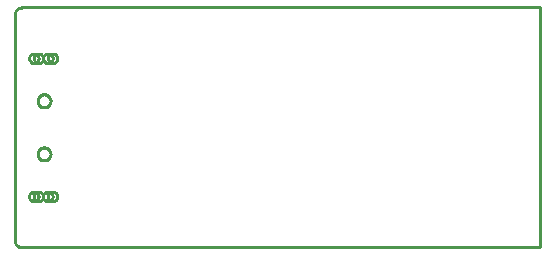
<source format=gbr>
G04 EAGLE Gerber RS-274X export*
G75*
%MOMM*%
%FSLAX34Y34*%
%LPD*%
%IN*%
%IPPOS*%
%AMOC8*
5,1,8,0,0,1.08239X$1,22.5*%
G01*
%ADD10C,0.254000*%


D10*
X0Y6350D02*
X24Y5797D01*
X96Y5247D01*
X216Y4707D01*
X383Y4178D01*
X595Y3666D01*
X851Y3175D01*
X1148Y2708D01*
X1486Y2268D01*
X1860Y1860D01*
X2268Y1486D01*
X2708Y1148D01*
X3175Y851D01*
X3666Y595D01*
X4178Y383D01*
X4707Y216D01*
X5247Y96D01*
X5797Y24D01*
X6350Y0D01*
X444500Y0D01*
X444500Y203200D01*
X6350Y203200D01*
X5797Y203176D01*
X5247Y203104D01*
X4707Y202984D01*
X4178Y202817D01*
X3666Y202605D01*
X3175Y202349D01*
X2708Y202052D01*
X2268Y201714D01*
X1860Y201340D01*
X1486Y200932D01*
X1148Y200492D01*
X851Y200025D01*
X595Y199534D01*
X383Y199022D01*
X216Y198494D01*
X96Y197953D01*
X24Y197403D01*
X0Y196850D01*
X0Y6350D01*
X30350Y123791D02*
X30281Y123177D01*
X30143Y122575D01*
X29939Y121992D01*
X29671Y121435D01*
X29343Y120912D01*
X28958Y120429D01*
X28521Y119993D01*
X28038Y119607D01*
X27515Y119279D01*
X26958Y119011D01*
X26375Y118807D01*
X25773Y118669D01*
X25159Y118600D01*
X24541Y118600D01*
X23927Y118669D01*
X23325Y118807D01*
X22742Y119011D01*
X22185Y119279D01*
X21662Y119607D01*
X21179Y119993D01*
X20743Y120429D01*
X20357Y120912D01*
X20029Y121435D01*
X19761Y121992D01*
X19557Y122575D01*
X19419Y123177D01*
X19350Y123791D01*
X19350Y124409D01*
X19419Y125023D01*
X19557Y125625D01*
X19761Y126208D01*
X20029Y126765D01*
X20357Y127288D01*
X20743Y127771D01*
X21179Y128208D01*
X21662Y128593D01*
X22185Y128921D01*
X22742Y129189D01*
X23325Y129393D01*
X23927Y129531D01*
X24541Y129600D01*
X25159Y129600D01*
X25773Y129531D01*
X26375Y129393D01*
X26958Y129189D01*
X27515Y128921D01*
X28038Y128593D01*
X28521Y128208D01*
X28958Y127771D01*
X29343Y127288D01*
X29671Y126765D01*
X29939Y126208D01*
X30143Y125625D01*
X30281Y125023D01*
X30350Y124409D01*
X30350Y123791D01*
X30350Y78791D02*
X30281Y78177D01*
X30143Y77575D01*
X29939Y76992D01*
X29671Y76435D01*
X29343Y75912D01*
X28958Y75429D01*
X28521Y74993D01*
X28038Y74607D01*
X27515Y74279D01*
X26958Y74011D01*
X26375Y73807D01*
X25773Y73669D01*
X25159Y73600D01*
X24541Y73600D01*
X23927Y73669D01*
X23325Y73807D01*
X22742Y74011D01*
X22185Y74279D01*
X21662Y74607D01*
X21179Y74993D01*
X20743Y75429D01*
X20357Y75912D01*
X20029Y76435D01*
X19761Y76992D01*
X19557Y77575D01*
X19419Y78177D01*
X19350Y78791D01*
X19350Y79409D01*
X19419Y80023D01*
X19557Y80625D01*
X19761Y81208D01*
X20029Y81765D01*
X20357Y82288D01*
X20743Y82771D01*
X21179Y83208D01*
X21662Y83593D01*
X22185Y83921D01*
X22742Y84189D01*
X23325Y84393D01*
X23927Y84531D01*
X24541Y84600D01*
X25159Y84600D01*
X25773Y84531D01*
X26375Y84393D01*
X26958Y84189D01*
X27515Y83921D01*
X28038Y83593D01*
X28521Y83208D01*
X28958Y82771D01*
X29343Y82288D01*
X29671Y81765D01*
X29939Y81208D01*
X30143Y80625D01*
X30281Y80023D01*
X30350Y79409D01*
X30350Y78791D01*
X32150Y42838D02*
X32082Y42318D01*
X31946Y41811D01*
X31745Y41327D01*
X31483Y40873D01*
X31164Y40457D01*
X30793Y40086D01*
X30377Y39767D01*
X29923Y39505D01*
X29439Y39304D01*
X28932Y39168D01*
X28412Y39100D01*
X27888Y39100D01*
X27368Y39168D01*
X26861Y39304D01*
X26377Y39505D01*
X25923Y39767D01*
X25507Y40086D01*
X25136Y40457D01*
X24817Y40873D01*
X24555Y41327D01*
X24354Y41811D01*
X24218Y42318D01*
X24150Y42838D01*
X24150Y43362D01*
X24218Y43882D01*
X24354Y44389D01*
X24555Y44873D01*
X24817Y45327D01*
X25136Y45743D01*
X25507Y46114D01*
X25923Y46433D01*
X26377Y46695D01*
X26861Y46896D01*
X27368Y47032D01*
X27888Y47100D01*
X28412Y47100D01*
X28932Y47032D01*
X29439Y46896D01*
X29923Y46695D01*
X30377Y46433D01*
X30793Y46114D01*
X31164Y45743D01*
X31483Y45327D01*
X31745Y44873D01*
X31946Y44389D01*
X32082Y43882D01*
X32150Y43362D01*
X32150Y42838D01*
X36150Y42838D02*
X36082Y42318D01*
X35946Y41811D01*
X35745Y41327D01*
X35483Y40873D01*
X35164Y40457D01*
X34793Y40086D01*
X34377Y39767D01*
X33923Y39505D01*
X33439Y39304D01*
X32932Y39168D01*
X32412Y39100D01*
X31888Y39100D01*
X31368Y39168D01*
X30861Y39304D01*
X30377Y39505D01*
X29923Y39767D01*
X29507Y40086D01*
X29136Y40457D01*
X28817Y40873D01*
X28555Y41327D01*
X28354Y41811D01*
X28218Y42318D01*
X28150Y42838D01*
X28150Y43362D01*
X28218Y43882D01*
X28354Y44389D01*
X28555Y44873D01*
X28817Y45327D01*
X29136Y45743D01*
X29507Y46114D01*
X29923Y46433D01*
X30377Y46695D01*
X30861Y46896D01*
X31368Y47032D01*
X31888Y47100D01*
X32412Y47100D01*
X32932Y47032D01*
X33439Y46896D01*
X33923Y46695D01*
X34377Y46433D01*
X34793Y46114D01*
X35164Y45743D01*
X35483Y45327D01*
X35745Y44873D01*
X35946Y44389D01*
X36082Y43882D01*
X36150Y43362D01*
X36150Y42838D01*
X24150Y42838D02*
X24082Y42318D01*
X23946Y41811D01*
X23745Y41327D01*
X23483Y40873D01*
X23164Y40457D01*
X22793Y40086D01*
X22377Y39767D01*
X21923Y39505D01*
X21439Y39304D01*
X20932Y39168D01*
X20412Y39100D01*
X19888Y39100D01*
X19368Y39168D01*
X18861Y39304D01*
X18377Y39505D01*
X17923Y39767D01*
X17507Y40086D01*
X17136Y40457D01*
X16817Y40873D01*
X16555Y41327D01*
X16354Y41811D01*
X16218Y42318D01*
X16150Y42838D01*
X16150Y43362D01*
X16218Y43882D01*
X16354Y44389D01*
X16555Y44873D01*
X16817Y45327D01*
X17136Y45743D01*
X17507Y46114D01*
X17923Y46433D01*
X18377Y46695D01*
X18861Y46896D01*
X19368Y47032D01*
X19888Y47100D01*
X20412Y47100D01*
X20932Y47032D01*
X21439Y46896D01*
X21923Y46695D01*
X22377Y46433D01*
X22793Y46114D01*
X23164Y45743D01*
X23483Y45327D01*
X23745Y44873D01*
X23946Y44389D01*
X24082Y43882D01*
X24150Y43362D01*
X24150Y42838D01*
X20150Y42838D02*
X20082Y42318D01*
X19946Y41811D01*
X19745Y41327D01*
X19483Y40873D01*
X19164Y40457D01*
X18793Y40086D01*
X18377Y39767D01*
X17923Y39505D01*
X17439Y39304D01*
X16932Y39168D01*
X16412Y39100D01*
X15888Y39100D01*
X15368Y39168D01*
X14861Y39304D01*
X14377Y39505D01*
X13923Y39767D01*
X13507Y40086D01*
X13136Y40457D01*
X12817Y40873D01*
X12555Y41327D01*
X12354Y41811D01*
X12218Y42318D01*
X12150Y42838D01*
X12150Y43362D01*
X12218Y43882D01*
X12354Y44389D01*
X12555Y44873D01*
X12817Y45327D01*
X13136Y45743D01*
X13507Y46114D01*
X13923Y46433D01*
X14377Y46695D01*
X14861Y46896D01*
X15368Y47032D01*
X15888Y47100D01*
X16412Y47100D01*
X16932Y47032D01*
X17439Y46896D01*
X17923Y46695D01*
X18377Y46433D01*
X18793Y46114D01*
X19164Y45743D01*
X19483Y45327D01*
X19745Y44873D01*
X19946Y44389D01*
X20082Y43882D01*
X20150Y43362D01*
X20150Y42838D01*
X32150Y159838D02*
X32082Y159318D01*
X31946Y158811D01*
X31745Y158327D01*
X31483Y157873D01*
X31164Y157457D01*
X30793Y157086D01*
X30377Y156767D01*
X29923Y156505D01*
X29439Y156304D01*
X28932Y156168D01*
X28412Y156100D01*
X27888Y156100D01*
X27368Y156168D01*
X26861Y156304D01*
X26377Y156505D01*
X25923Y156767D01*
X25507Y157086D01*
X25136Y157457D01*
X24817Y157873D01*
X24555Y158327D01*
X24354Y158811D01*
X24218Y159318D01*
X24150Y159838D01*
X24150Y160362D01*
X24218Y160882D01*
X24354Y161389D01*
X24555Y161873D01*
X24817Y162327D01*
X25136Y162743D01*
X25507Y163114D01*
X25923Y163433D01*
X26377Y163695D01*
X26861Y163896D01*
X27368Y164032D01*
X27888Y164100D01*
X28412Y164100D01*
X28932Y164032D01*
X29439Y163896D01*
X29923Y163695D01*
X30377Y163433D01*
X30793Y163114D01*
X31164Y162743D01*
X31483Y162327D01*
X31745Y161873D01*
X31946Y161389D01*
X32082Y160882D01*
X32150Y160362D01*
X32150Y159838D01*
X36150Y159838D02*
X36082Y159318D01*
X35946Y158811D01*
X35745Y158327D01*
X35483Y157873D01*
X35164Y157457D01*
X34793Y157086D01*
X34377Y156767D01*
X33923Y156505D01*
X33439Y156304D01*
X32932Y156168D01*
X32412Y156100D01*
X31888Y156100D01*
X31368Y156168D01*
X30861Y156304D01*
X30377Y156505D01*
X29923Y156767D01*
X29507Y157086D01*
X29136Y157457D01*
X28817Y157873D01*
X28555Y158327D01*
X28354Y158811D01*
X28218Y159318D01*
X28150Y159838D01*
X28150Y160362D01*
X28218Y160882D01*
X28354Y161389D01*
X28555Y161873D01*
X28817Y162327D01*
X29136Y162743D01*
X29507Y163114D01*
X29923Y163433D01*
X30377Y163695D01*
X30861Y163896D01*
X31368Y164032D01*
X31888Y164100D01*
X32412Y164100D01*
X32932Y164032D01*
X33439Y163896D01*
X33923Y163695D01*
X34377Y163433D01*
X34793Y163114D01*
X35164Y162743D01*
X35483Y162327D01*
X35745Y161873D01*
X35946Y161389D01*
X36082Y160882D01*
X36150Y160362D01*
X36150Y159838D01*
X24150Y159838D02*
X24082Y159318D01*
X23946Y158811D01*
X23745Y158327D01*
X23483Y157873D01*
X23164Y157457D01*
X22793Y157086D01*
X22377Y156767D01*
X21923Y156505D01*
X21439Y156304D01*
X20932Y156168D01*
X20412Y156100D01*
X19888Y156100D01*
X19368Y156168D01*
X18861Y156304D01*
X18377Y156505D01*
X17923Y156767D01*
X17507Y157086D01*
X17136Y157457D01*
X16817Y157873D01*
X16555Y158327D01*
X16354Y158811D01*
X16218Y159318D01*
X16150Y159838D01*
X16150Y160362D01*
X16218Y160882D01*
X16354Y161389D01*
X16555Y161873D01*
X16817Y162327D01*
X17136Y162743D01*
X17507Y163114D01*
X17923Y163433D01*
X18377Y163695D01*
X18861Y163896D01*
X19368Y164032D01*
X19888Y164100D01*
X20412Y164100D01*
X20932Y164032D01*
X21439Y163896D01*
X21923Y163695D01*
X22377Y163433D01*
X22793Y163114D01*
X23164Y162743D01*
X23483Y162327D01*
X23745Y161873D01*
X23946Y161389D01*
X24082Y160882D01*
X24150Y160362D01*
X24150Y159838D01*
X20150Y159838D02*
X20082Y159318D01*
X19946Y158811D01*
X19745Y158327D01*
X19483Y157873D01*
X19164Y157457D01*
X18793Y157086D01*
X18377Y156767D01*
X17923Y156505D01*
X17439Y156304D01*
X16932Y156168D01*
X16412Y156100D01*
X15888Y156100D01*
X15368Y156168D01*
X14861Y156304D01*
X14377Y156505D01*
X13923Y156767D01*
X13507Y157086D01*
X13136Y157457D01*
X12817Y157873D01*
X12555Y158327D01*
X12354Y158811D01*
X12218Y159318D01*
X12150Y159838D01*
X12150Y160362D01*
X12218Y160882D01*
X12354Y161389D01*
X12555Y161873D01*
X12817Y162327D01*
X13136Y162743D01*
X13507Y163114D01*
X13923Y163433D01*
X14377Y163695D01*
X14861Y163896D01*
X15368Y164032D01*
X15888Y164100D01*
X16412Y164100D01*
X16932Y164032D01*
X17439Y163896D01*
X17923Y163695D01*
X18377Y163433D01*
X18793Y163114D01*
X19164Y162743D01*
X19483Y162327D01*
X19745Y161873D01*
X19946Y161389D01*
X20082Y160882D01*
X20150Y160362D01*
X20150Y159838D01*
M02*

</source>
